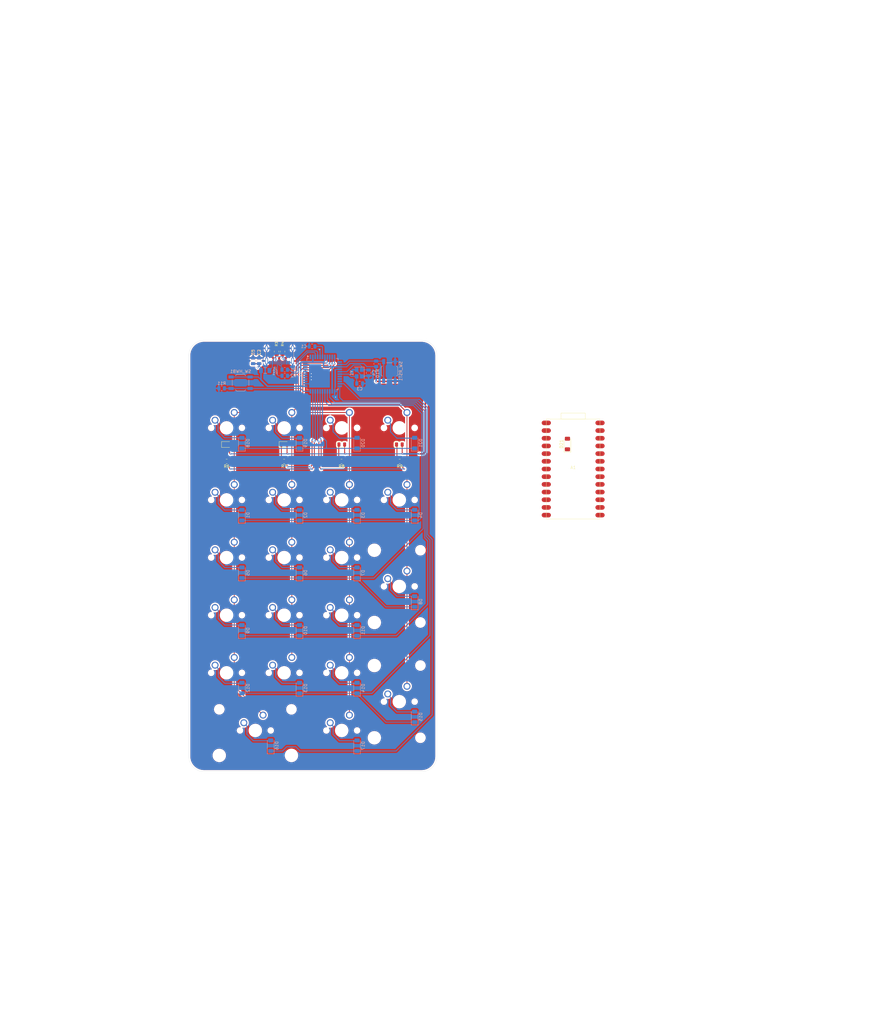
<source format=kicad_pcb>
(kicad_pcb (version 20240108) (generator "pcbnew") (generator_version "8.0")
  (title_block (title "KiPad") (date "2024-06-19") (rev "2.0") (company "Mechanical & Electrical Industry Research Labs") (comment 1 "Brian Hong"))
  (layers (0 "F.Cu" signal) (31 "B.Cu" signal) (34 "B.Paste" user) (35 "F.Paste" user) (36 "B.SilkS" user "B.Silkscreen") (37 "F.SilkS" user "F.Silkscreen") (38 "B.Mask" user) (39 "F.Mask" user) (44 "Edge.Cuts" user))
  (net 0 "")
  (net 1 "GND")
  (net 2 "Net-(U1-UCAP)")
  (net 3 "+5V")
  (net 4 "/XTAL1")
  (net 5 "/XTAL2")
  (net 6 "/R1")
  (net 7 "Net-(D1-A)")
  (net 8 "Net-(D2-A)")
  (net 9 "Net-(D3-A)")
  (net 10 "Net-(D4-A)")
  (net 11 "/R2")
  (net 12 "Net-(D5-A)")
  (net 13 "Net-(D6-A)")
  (net 14 "Net-(D7-A)")
  (net 15 "Net-(D8-A)")
  (net 16 "Net-(D9-A)")
  (net 17 "/R3")
  (net 18 "Net-(D10-A)")
  (net 19 "Net-(D11-A)")
  (net 20 "Net-(D12-A)")
  (net 21 "/R4")
  (net 22 "Net-(D13-A)")
  (net 23 "Net-(D14-A)")
  (net 24 "Net-(D15-A)")
  (net 25 "/R5")
  (net 26 "Net-(D16-A)")
  (net 27 "Net-(D17-A)")
  (net 28 "/R0")
  (net 29 "Net-(D18-A)")
  (net 30 "Net-(D19-A)")
  (net 31 "Net-(D20-A)")
  (net 32 "Net-(D21-A)")
  (net 33 "VBUS")
  (net 34 "/DP")
  (net 35 "Net-(J1-CC2)")
  (net 36 "Net-(J1-CC1)")
  (net 37 "/DN")
  (net 38 "Net-(U1-D+)")
  (net 39 "Net-(U1-D-)")
  (net 40 "/LED_A")
  (net 41 "/LED_B")
  (net 42 "/LED_C")
  (net 43 "/LED_D")
  (net 44 "/RESET")
  (net 45 "/HWB")
  (net 46 "/C0")
  (net 47 "/C1")
  (net 48 "/C2")
  (net 49 "/C3")
  (net 62 "Net-(SW1-K)")
  (net 63 "Net-(SW2-K)")
  (net 64 "Net-(SW3-K)")
  (net 65 "Net-(SW4-K)")
  (footprint "MX_Solderable:MX-Solderable-1U" (layer "F.Cu") (at 80.315 173.8275)
    (property "Reference" "SW15")
    (property "Value" "SW_SPST")
  )
  (footprint "MX_Solderable:MX-Solderable-1U" (layer "F.Cu") (at 42.215 135.7275)
    (property "Reference" "SW5")
    (property "Value" "SW_SPST")
  )
  (footprint "Resistor_SMD:R_0805_2012Metric" (layer "F.Cu") (at 60.75 86.7 -90)
    (property "Reference" "R4")
    (property "Value" "5.1k" (hide yes))
  )
  (footprint "Custom:KB2040_SMD" (layer "F.Cu") (at 156.89 125.51)
    (property "Reference" "A1")
    (property "Value" "Adafruit Key Boar KB2040")
  )
  (footprint "MX_Solderable:MX-Solderable-1U" (layer "F.Cu") (at 80.315 211.9275)
    (property "Reference" "SW21")
    (property "Value" "SW_SPST")
  )
  (footprint "Custom:MX-Solderable-1U-0805-LED" (layer "F.Cu") (at 99.365 111.915)
    (property "Reference" "SW4")
    (property "Value" "SW_SPST_LED")
  )
  (footprint "Resistor_SMD:R_0805_2012Metric" (layer "F.Cu") (at 58.75 86.7 90)
    (property "Reference" "R3")
    (property "Value" "5.1k" (hide yes))
  )
  (footprint "Resistor_SMD:R_0805_2012Metric" (layer "F.Cu") (at 80.25 123 180)
    (property "Reference" "R8")
    (property "Value" "470" (hide yes))
  )
  (footprint "Capacitor_SMD:C_0805_2012Metric" (layer "F.Cu") (at 53 89.75 90)
    (property "Reference" "C2")
    (property "Value" "0.1u" (hide yes))
  )
  (footprint "MX_Solderable:MX-Solderable-1U" (layer "F.Cu") (at 99.365 135.7275)
    (property "Reference" "SW8")
    (property "Value" "SW_SPST")
  )
  (footprint "Custom:MX-Solderable-1U-0805-LED" (layer "F.Cu") (at 80.315 111.915)
    (property "Reference" "SW3")
    (property "Value" "SW_SPST_LED")
  )
  (footprint "Custom:MX-Solderable-1U-0805-LED" (layer "F.Cu") (at 42.215 111.915)
    (property "Reference" "SW1")
    (property "Value" "SW_SPST_LED")
  )
  (footprint "MX_Solderable:MX-Solderable-1U" (layer "F.Cu") (at 80.315 135.7275)
    (property "Reference" "SW7")
    (property "Value" "SW_SPST")
  )
  (footprint "MX_Solderable:MX-Solderable-1U" (layer "F.Cu") (at 61.265 154.7775)
    (property "Reference" "SW10")
    (property "Value" "SW_SPST")
  )
  (footprint "MX_Solderable:MX-Solderable-1U" (layer "F.Cu") (at 61.265 135.7275)
    (property "Reference" "SW6")
    (property "Value" "SW_SPST")
  )
  (footprint "MX_Solderable:MX-Solderable-1U" (layer "F.Cu") (at 80.315 154.7775)
    (property "Reference" "SW11")
    (property "Value" "SW_SPST")
  )
  (footprint "Resistor_SMD:R_0805_2012Metric" (layer "F.Cu") (at 42.25 123 180)
    (property "Reference" "R6")
    (property "Value" "470" (hide yes))
  )
  (footprint "MX_Solderable:MX-Solderable-2U-Vertical" (layer "F.Cu") (at 99.365 202.4025)
    (property "Reference" "SW19")
    (property "Value" "SW_SPST")
  )
  (footprint "Custom:MX-Solderable-1U-0805-LED" (layer "F.Cu") (at 61.265 111.915)
    (property "Reference" "SW2")
    (property "Value" "SW_SPST_LED")
  )
  (footprint "Diode_SMD:D_MiniMELF" (layer "F.Cu") (at 155 117.25 90)
    (property "Reference" "D21")
    (property "Value" "~")
  )
  (footprint "MX_Solderable:MX-Solderable-1U" (layer "F.Cu") (at 61.265 173.8275)
    (property "Reference" "SW14")
    (property "Value" "SW_SPST")
  )
  (footprint "Resistor_SMD:R_0805_2012Metric" (layer "F.Cu") (at 99.5 123 180)
    (property "Reference" "R9")
    (property "Value" "470" (hide yes))
  )
  (footprint "Capacitor_SMD:C_0805_2012Metric" (layer "F.Cu") (at 51 89.75 90)
    (property "Reference" "C5")
    (property "Value" "0.1u" (hide yes))
  )
  (footprint "MX_Solderable:MX-Solderable-2U" (layer "F.Cu") (at 51.74 211.9275)
    (property "Reference" "SW20")
    (property "Value" "SW_SPST")
  )
  (footprint "MX_Solderable:MX-Solderable-1U" (layer "F.Cu") (at 42.215 192.8775)
    (property "Reference" "SW16")
    (property "Value" "SW_SPST")
  )
  (footprint "MX_Solderable:MX-Solderable-1U" (layer "F.Cu") (at 42.215 173.8275)
    (property "Reference" "SW13")
    (property "Value" "SW_SPST")
  )
  (footprint "MX_Solderable:MX-Solderable-1U" (layer "F.Cu") (at 42.215 154.7775)
    (property "Reference" "SW9")
    (property "Value" "SW_SPST")
  )
  (footprint "MX_Solderable:MX-Solderable-2U-Vertical" (layer "F.Cu") (at 99.365 164.3025)
    (property "Reference" "SW12")
    (property "Value" "SW_SPST")
  )
  (footprint "MX_Solderable:MX-Solderable-1U" (layer "F.Cu") (at 80.315 192.8775)
    (property "Reference" "SW18")
    (property "Value" "SW_SPST")
  )
  (footprint "MX_Solderable:MX-Solderable-1U" (layer "F.Cu") (at 61.265 192.8775)
    (property "Reference" "SW17")
    (property "Value" "SW_SPST")
  )
  (footprint "Resistor_SMD:R_0805_2012Metric" (layer "F.Cu") (at 61.25 123 180)
    (property "Reference" "R7")
    (property "Value" "470" (hide yes))
  )
  (footprint "Capacitor_SMD:C_0805_2012Metric" (layer "B.Cu") (at 86.25 97.25 180)
    (property "Reference" "C3")
    (property "Value" "22p" (hide yes))
  )
  (footprint "Diode_SMD:D_MiniMELF" (layer "B.Cu") (at 104.445 207.4325 90)
    (property "Reference" "D15")
    (property "Value" "~")
  )
  (footprint "Diode_SMD:D_MiniMELF" (layer "B.Cu") (at 104.445 116.945 90)
    (property "Reference" "D21")
    (property "Value" "~")
  )
  (footprint "Diode_SMD:D_MiniMELF" (layer "B.Cu") (at 47.295 116.945 90)
    (property "Reference" "D18")
    (property "Value" "~")
  )
  (footprint "Diode_SMD:D_MiniMELF" (layer "B.Cu") (at 85.395 178.8575 90)
    (property "Reference" "D11")
    (property "Value" "~")
  )
  (footprint "Diode_SMD:D_MiniMELF" (layer "B.Cu") (at 66.345 140.7575 90)
    (property "Reference" "D2")
    (property "Value" "~")
  )
  (footprint "Diode_SMD:D_MiniMELF" (layer "B.Cu") (at 85.395 159.8075 90)
    (property "Reference" "D7")
    (property "Value" "~")
  )
  (footprint "Diode_SMD:D_MiniMELF" (layer "B.Cu") (at 47.295 140.7575 90)
    (property "Reference" "D1")
    (property "Value" "~")
  )
  (footprint "Resistor_SMD:R_0805_2012Metric" (layer "B.Cu") (at 91.7 90.75 90)
    (property "Reference" "R10")
    (property "Value" "10k")
  )
  (footprint "Crystal:Crystal_SMD_3225-4Pin_3.2x2.5mm" (layer "B.Cu") (at 86.1 93.8 -90)
    (property "Reference" "Y1")
    (property "Value" "16MHz" (hide yes))
  )
  (footprint "Diode_SMD:D_MiniMELF" (layer "B.Cu") (at 85.395 140.7575 90)
    (property "Reference" "D3")
    (property "Value" "~")
  )
  (footprint "Capacitor_SMD:C_0805_2012Metric" (layer "B.Cu") (at 53 89.75 90)
    (property "Reference" "C7")
    (property "Value" "10u" (hide yes))
  )
  (footprint "Button_Switch_SMD:SW_SPST_TL3342" (layer "B.Cu") (at 46.85 97 180)
    (property "Reference" "SW_HWB1")
    (property "Value" "SW_Push" (hide yes))
  )
  (footprint "Diode_SMD:D_MiniMELF" (layer "B.Cu") (at 85.395 116.945 90)
    (property "Reference" "D20")
    (property "Value" "~")
  )
  (footprint "Diode_SMD:D_MiniMELF" (layer "B.Cu") (at 47.295 197.9075 90)
    (property "Reference" "D12")
    (property "Value" "~")
  )
  (footprint "Diode_SMD:D_MiniMELF" (layer "B.Cu") (at 47.295 178.8575 90)
    (property "Reference" "D9")
    (property "Value" "~")
  )
  (footprint "Connector_USB:USB_C_Receptacle_GCT_USB4105-xx-A_16P_TopMnt_Horizontal" (layer "B.Cu") (at 59.75 86.7)
    (property "Reference" "J1")
    (property "Value" "USB_C_Receptacle_USB2.0" (hide yes))
  )
  (footprint "Button_Switch_SMD:SW_SPST_TL3342" (layer "B.Cu") (at 96.1 93.15 90)
    (property "Reference" "SW_RST1")
    (property "Value" "SW_Push" (hide yes))
  )
  (footprint "Diode_SMD:D_MiniMELF" (layer "B.Cu") (at 104.445 140.7575 90)
    (property "Reference" "D4")
    (property "Value" "~")
  )
  (footprint "Diode_SMD:D_MiniMELF" (layer "B.Cu") (at 66.345 159.8075 90)
    (property "Reference" "D6")
    (property "Value" "~")
  )
  (footprint "Diode_SMD:D_MiniMELF" (layer "B.Cu") (at 47.295 159.8075 90)
    (property "Reference" "D5")
    (property "Value" "~")
  )
  (footprint "Package_QFP:TQFP-44_10x10mm_P0.8mm" (layer "B.Cu") (at 73.95 94.15 -90)
    (property "Reference" "U1")
    (property "Value" "ATmega32U4RC-A")
  )
  (footprint "Capacitor_SMD:C_0805_2012Metric" (layer "B.Cu") (at 89.2 93.75 90)
    (property "Reference" "C4")
    (property "Value" "22p" (hide yes))
  )
  (footprint "Capacitor_SMD:C_0805_2012Metric" (layer "B.Cu") (at 70.5 85 180)
    (property "Reference" "C1")
    (property "Value" "1u" (hide yes))
  )
  (footprint "Diode_SMD:D_MiniMELF" (layer "B.Cu") (at 66.345 197.9075 90)
    (property "Reference" "D13")
    (property "Value" "~")
  )
  (footprint "Resistor_SMD:R_0805_2012Metric" (layer "B.Cu") (at 40.5875 98.85 180)
    (property "Reference" "R11")
    (property "Value" "10k" (hide yes))
  )
  (footprint "Diode_SMD:D_MiniMELF" (layer "B.Cu") (at 66.345 116.945 90)
    (property "Reference" "D19")
    (property "Value" "~")
  )
  (footprint "Capacitor_SMD:C_0805_2012Metric" (layer "B.Cu") (at 51 89.75 90)
    (property "Reference" "C6")
    (property "Value" "0.1u" (hide yes))
  )
  (footprint "Diode_SMD:D_MiniMELF" (layer "B.Cu") (at 56.82 216.9575 90)
    (property "Reference" "D16")
    (property "Value" "~")
  )
  (footprint "Resistor_SMD:R_0805_2012Metric" (layer "B.Cu") (at 61.4625 94.7 180)
    (property "Reference" "R2")
    (property "Value" "22" (hide yes))
  )
  (footprint "Fuse:Fuse_1206_3216Metric" (layer "B.Cu") (at 55 92.95 180)
    (property "Reference" "F1")
    (property "Value" "500mA")
  )
  (footprint "Diode_SMD:D_MiniMELF" (layer "B.Cu") (at 85.395 216.9575 90)
    (property "Reference" "D17")
    (property "Value" "~")
  )
  (footprint "Diode_SMD:D_MiniMELF" (layer "B.Cu") (at 104.445 169.3325 90)
    (property "Reference" "D8")
    (property "Value" "~")
  )
  (footprint "Diode_SMD:D_MiniMELF" (layer "B.Cu") (at 66.345 178.8575 90)
    (property "Reference" "D10")
    (property "Value" "~")
  )
  (footprint "Diode_SMD:D_MiniMELF" (layer "B.Cu") (at 85.395 197.9075 90)
    (property "Reference" "D14")
    (property "Value" "~")
  )
  (footprint "Resistor_SMD:R_0805_2012Metric" (layer "B.Cu") (at 61.4625 92.7)
    (property "Reference" "R1")
    (property "Value" "22" (hide yes))
  )
  (gr_line (start 106.75 225.5) (end 34.75 225.5) (stroke (width 0.05)) (layer "Edge.Cuts"))
  (gr_line (start 29.75 220.5) (end 29.75 88) (stroke (width 0.05)) (layer "Edge.Cuts"))
  (gr_arc (start 111.75 220.5) (mid 110.285534 224.035534) (end 106.75 225.5) (stroke (width 0.05)) (layer "Edge.Cuts"))
  (gr_line (start 111.75 88) (end 111.75 220.5) (stroke (width 0.05)) (layer "Edge.Cuts"))
  (gr_arc (start 29.75 88) (mid 31.214466 84.464466) (end 34.75 83) (stroke (width 0.05)) (layer "Edge.Cuts"))
  (gr_arc (start 106.75 83) (mid 110.285534 84.464466) (end 111.75 88) (stroke (width 0.05)) (layer "Edge.Cuts"))
  (gr_arc (start 34.75 225.5) (mid 31.214466 224.035534) (end 29.75 220.5) (stroke (width 0.05)) (layer "Edge.Cuts"))
  (gr_line (start 34.75 83) (end 106.75 83) (stroke (width 0.05)) (layer "Edge.Cuts"))
  (via (at 70.25 94) (size 0.6) (drill 0.3) (layers "F.Cu" "B.Cu") (net 1))
  (via (at 73 86) (size 0.6) (drill 0.3) (layers "F.Cu" "B.Cu") (net 1))
  (via (at 70.25 96) (size 0.6) (drill 0.3) (layers "F.Cu" "B.Cu") (net 1))
  (via (at 70.25 95) (size 0.6) (drill 0.3) (layers "F.Cu" "B.Cu") (net 1))
  (via (at 78.25 101.75) (size 0.6) (drill 0.3) (layers "F.Cu" "B.Cu") (net 1))
  (segment (start 86.95 94.7) (end 86.95 94.9) (width 0.3) (layer "B.Cu") (net 1))
  (segment (start 73.15 86.15) (end 73 86) (width 0.3) (layer "B.Cu") (net 1))
  (segment (start 69.75 94) (end 69.75 91.25) (width 0.3) (layer "B.Cu") (net 1))
  (segment (start 63.495 90.38) (end 64.07 89.805) (width 0.2) (layer "B.Cu") (net 1))
  (segment (start 69.4 97.35) (end 69.75 97) (width 0.3) (layer "B.Cu") (net 1))
  (segment (start 69.75 95) (end 69.75 94) (width 0.3) (layer "B.Cu") (net 1))
  (segment (start 77.95 101.45) (end 78.25 101.75) (width 0.3) (layer "B.Cu") (net 1))
  (segment (start 78.45 92.55) (end 78.25 92.75) (width 0.3) (layer "B.Cu") (net 1))
  (segment (start 69.45 90.95) (end 68.25 90.95) (width 0.3) (layer "B.Cu") (net 1))
  (segment (start 68.25 97.35) (end 69.4 97.35) (width 0.3) (layer "B.Cu") (net 1))
  (segment (start 85.25 93) (end 86.95 94.7) (width 0.3) (layer "B.Cu") (net 1))
  (segment (start 62.95 90.38) (end 63.495 90.38) (width 0.2) (layer "B.Cu") (net 1))
  (segment (start 69.75 96) (end 69.75 95) (width 0.3) (layer "B.Cu") (net 1))
  (segment (start 77.95 99.85) (end 77.95 101.45) (width 0.3) (layer "B.Cu") (net 1))
  (segment (start 85.25 92.7) (end 85.25 93) (width 0.3) (layer "B.Cu") (net 1))
  (segment (start 69.75 95) (end 70.25 95) (width 0.3) (layer "B.Cu") (net 1))
  (segment (start 69.75 96) (end 70.25 96) (width 0.3) (layer "B.Cu") (net 1))
  (segment (start 79.65 92.55) (end 78.45 92.55) (width 0.3) (layer "B.Cu") (net 1))
  (segment (start 73.15 88.45) (end 73.15 86.15) (width 0.3) (layer "B.Cu") (net 1))
  (segment (start 69.75 97) (end 69.75 96) (width 0.3) (layer "B.Cu") (net 1))
  (segment (start 69.75 94) (end 70.25 94) (width 0.3) (layer "B.Cu") (net 1))
  (segment (start 69.75 91.25) (end 69.45 90.95) (width 0.3) (layer "B.Cu") (net 1))
  (segment (start 73.75 85) (end 71.45 85) (width 0.3) (layer "B.Cu") (net 2))
  (segment (start 73.95 85.2) (end 73.75 85) (width 0.3) (layer "B.Cu") (net 2))
  (segment (start 73.95 88.45) (end 73.95 85.2) (width 0.3) (layer "B.Cu") (net 2))
  (segment (start 43.1725 120.1725) (end 43.5 120.5) (width 0.3) (layer "F.Cu") (net 3))
  (segment (start 100.3225 117.415) (end 100.3225 120.3225) (width 0.3) (layer "F.Cu") (net 3))
  (segment (start 62.2225 120.2225) (end 62.5 120.5) (width 0.3) (layer "F.Cu") (net 3))
  (segment (start 106.45 96.55) (end 108 98.1) (width 0.5) (layer "F.Cu") (net 3))
  (segment (start 43.1725 117.415) (end 43.1725 120.1725) (width 0.3) (layer "F.Cu") (net 3))
  (segment (start 81.2725 120.2725) (end 81.5 120.5) (width 0.3) (layer "F.Cu") (net 3))
  (segment (start 81.2725 117.415) (end 81.2725 120.2725) (width 0.3) (layer "F.Cu") (net 3))
  (segment (start 53 90.7) (end 53 91.45) (width 0.3) (layer "F.Cu") (net 3))
  (segment (start 108 119.75) (end 107.25 120.5) (width 0.5) (layer "F.Cu") (net 3))
  (segment (start 91.7 96.55) (end 106.45 96.55) (width 0.5) (layer "F.Cu") (net 3))
  (segment (start 107.25 120.5) (end 106 120.5) (width 0.5) (layer "F.Cu") (net 3))
  (segment (start 62.2225 117.415) (end 62.2225 120.2225) (width 0.3) (layer "F.Cu") (net 3))
  (segment (start 51 90.7) (end 53 90.7) (width 0.3) (layer "F.Cu") (net 3))
  (segment (start 53 91.45) (end 52.5 91.95) (width 0.3) (layer "F.Cu") (net 3))
  (segment (start 100.3225 120.3225) (end 100.5 120.5) (width 0.3) (layer "F.Cu") (net 3))
  (segment (start 108 98.1) (end 108 119.75) (width 0.5) (layer "F.Cu") (net 3))
  (via (at 52.5 91.95) (size 0.6) (drill 0.3) (layers "F.Cu" "B.Cu") (net 3))
  (via (at 43.5 120.5) (size 0.6) (drill 0.3) (layers "F.Cu" "B.Cu") (net 3))
  (via (at 106 120.5) (size 0.6) (drill 0.3) (layers "F.Cu" "B.Cu") (net 3))
  (via (at 91.7 96.55) (size 0.6) (drill 0.3) (layers "F.Cu" "B.Cu") (net 3))
  (via (at 81.5 120.5) (size 0.6) (drill 0.3) (layers "F.Cu" "B.Cu") (net 3))
  (via (at 62.5 120.5) (size 0.6) (drill 0.3) (layers "F.Cu" "B.Cu") (net 3))
  (via (at 100.5 120.5) (size 0.6) (drill 0.3) (layers "F.Cu" "B.Cu") (net 3))
  (segment (start 83.05 90.65) (end 81.95 91.75) (width 0.3) (layer "B.Cu") (net 3))
  (segment (start 52.7 95.1) (end 53.6 96) (width 0.3) (layer "B.Cu") (net 3))
  (segment (start 52.5 91.95) (end 53 91.45) (width 0.3) (layer "B.Cu") (net 3))
  (segment (start 50 95.1) (end 52.7 95.1) (width 0.3) (layer "B.Cu") (net 3))
  (segment (start 77.15 92.05) (end 77.45 91.75) (width 0.5) (layer "B.Cu") (net 3))
  (segment (start 77.15 99.85) (end 77.15 92.05) (width 0.5) (layer "B.Cu") (net 3))
  (segment (start 66.75 90.4) (end 67 90.15) (width 0.5) (layer "B.Cu") (net 3))
  (segment (start 106 120.5) (end 100.5 120.5) (width 0.5) (layer "B.Cu") (net 3))
  (segment (start 91.7 91.6625) (end 88.6125 91.6625) (width 0.3) (layer "B.Cu") (net 3))
  (segment (start 74.3 90.15) (end 74.75 89.7) (width 0.5) (layer "B.Cu") (net 3))
  (segment (start 53.6 92.95) (end 53.6 92.05) (width 0.3) (layer "B.Cu") (net 3))
  (segment (start 74.3 90.15) (end 74.3 91.55) (width 0.5) (layer "B.Cu") (net 3))
  (segment (start 68.25 98.15) (end 66.75 98.15) (width 0.5) (layer "B.Cu") (net 3))
  (segment (start 87.6 90.65) (end 83.05 90.65) (width 0.3) (layer "B.Cu") (net 3))
  (segment (start 66.75 98.15) (end 55.75 98.15) (width 0.5) (layer "B.Cu") (net 3))
  (segment (start 88.6125 91.6625) (end 87.6 90.65) (width 0.3) (layer "B.Cu") (net 3))
  (segment (start 67 90.15) (end 68.25 90.15) (width 0.5) (layer "B.Cu") (net 3))
  (segment (start 77.45 91.75) (end 79.65 91.75) (width 0.5) (layer "B.Cu") (net 3))
  (segment (start 51 90.7) (end 53 90.7) (width 0.3) (layer "B.Cu") (net 3))
  (segment (start 68.25 90.15) (end 70.75 90.15) (width 0.5) (layer "B.Cu") (net 3))
  (segment (start 55.75 98.15) (end 53.6 96) (width 0.5) (layer "B.Cu") (net 3))
  (segment (start 74.3 91.55) (end 74.5 91.75) (width 0.5) (layer "B.Cu") (net 3))
  (segment (start 70.75 90.15) (end 70.75 88.45) (width 0.5) (layer "B.Cu") (net 3))
  (segment (start 53.6 92.05) (end 53 91.45) (width 0.3) (layer "B.Cu") (net 3))
  (segment (start 62.5 120.5) (end 81.5 120.5) (width 0.3) (layer "B.Cu") (net 3))
  (segment (start 74.5 91.75) (end 77.45 91.75) (width 0.5) (layer "B.Cu") (net 3))
  (segment (start 81.95 91.75) (end 79.65 91.75) (width 0.3) (layer "B.Cu") (net 3))
  (segment (start 53.6 96) (end 53.6 92.95) (width 0.5) (layer "B.Cu") (net 3))
  (segment (start 53 91.45) (end 53 90.7) (width 0.3) (layer "B.Cu") (net 3))
  (segment (start 74.75 89.7) (end 74.75 88.45) (width 0.5) (layer "B.Cu") (net 3))
  (segment (start 66.75 90.4) (end 66.75 98.15) (width 0.5) (layer "B.Cu") (net 3))
  (segment (start 70.75 90.15) (end 74.3 90.15) (width 0.5) (layer "B.Cu") (net 3))
  (segment (start 91.7 96.55) (end 91.7 91.6625) (width 0.5) (layer "B.Cu") (net 3))
  (segment (start 100.5 120.5) (end 100.75 120.5) (width 0.3) (layer "B.Cu") (net 3))
  (segment (start 43.7 95.1) (end 50 95.1) (width 0.3) (layer "B.Cu") (net 3))
  (segment (start 43.5 120.5) (end 62.5 120.5) (width 0.3) (layer "B.Cu") (net 3))
  (segment (start 81.5 120.5) (end 100.5 120.5) (width 0.3) (layer "B.Cu") (net 3))
  (segment (start 85.25 94.9) (end 85.25 97.2) (width 0.3) (layer "B.Cu") (net 4))
  (segment (start 82.7 94.15) (end 83.45 94.9) (width 0.3) (layer "B.Cu") (net 4))
  (segment (start 79.65 94.15) (end 82.7 94.15) (width 0.3) (layer "B.Cu") (net 4))
  (segment (start 83.45 94.9) (end 85.25 94.9) (width 0.3) (layer "B.Cu") (net 4))
  (segment (start 85.25 97.2) (end 85.3 97.25) (width 0.3) (layer "B.Cu") (net 4))
  (segment (start 86.45 91.15) (end 86.95 91.65) (width 0.3) (layer "B.Cu") (net 5))
  (segment (start 79.65 93.35) (end 82 93.35) (width 0.3) (layer "B.Cu") (net 5))
  (segment (start 82 93.35) (end 84.2 91.15) (width 0.3) (layer "B.Cu") (net 5))
  (segment (start 86.95 91.65) (end 86.95 92.7) (width 0.3) (layer "B.Cu") (net 5))
  (segment (start 84.2 91.15) (end 86.45 91.15) (width 0.3) (layer "B.Cu") (net 5))
  (segment (start 86.95 92.7) (end 89.1 92.7) (width 0.3) (layer "B.Cu") (net 5))
  (segment (start 89.1 92.7) (end 89.2 92.8) (width 0.3) (layer "B.Cu") (net 5))
  (segment (start 74.75 99.85) (end 74.75 103.25) (width 0.3) (layer "B.Cu") (net 6))
  (segment (start 76 104.5) (end 104 104.5) (width 0.3) (layer "B.Cu") (net 6))
  (segment (start 106.75 141.5) (end 105.7425 142.5075) (width 0.3) (layer "B.Cu") (net 6))
  (segment (start 47.295 142.5075) (end 66.345 142.5075) (width 0.25) (layer "B.Cu") (net 6))
  (segment (start 104 104.5) (end 106.75 107.25) (width 0.3) (layer "B.Cu") (net 6))
  (segment (start 106.75 107.25) (end 106.75 141.5) (width 0.3) (layer "B.Cu") (net 6))
  (segment (start 85.395 142.5075) (end 104.445 142.5075) (width 0.25) (layer "B.Cu") (net 6))
  (segment (start 105.7425 142.5075) (end 104.445 142.5075) (width 0.3) (layer "B.Cu") (net 6))
  (segment (start 66.345 142.5075) (end 85.395 142.5075) (width 0.25) (layer "B.Cu") (net 6))
  (segment (start 74.75 103.25) (end 76 104.5) (width 0.3) (layer "B.Cu") (net 6))
  (segment (start 41.565 139.065) (end 39.435 136.935) (width 0.3) (layer "B.Cu") (net 7))
  (segment (start 39.435 134.205) (end 38.475 133.245) (width 0.3) (layer "B.Cu") (net 7))
  (segment (start 47.365 139.065) (end 41.565 139.065) (width 0.3) (layer "B.Cu") (net 7))
  (segment (start 39.435 136.935) (end 39.435 134.205) (width 0.3) (layer "B.Cu") (net 7))
  (segment (start 66.365 139.065) (end 60.565 139.065) (width 0.3) (layer "B.Cu") (net 8))
  (segment (start 60.565 139.065) (end 58.435 136.935) (width 0.3) (layer "B.Cu") (net 8))
  (segment (start 58.435 134.205) (end 57.475 133.245) (width 0.3) (layer "B.Cu") (net 8))
  (segment (start 58.435 136.935) (end 58.435 134.205) (width 0.3) (layer "B.Cu") (net 8))
  (segment (start 79.565 139.065) (end 77.435 136.935) (width 0.3) (layer "B.Cu") (net 9))
  (segment (start 85.365 139.065) (end 79.565 139.065) (width 0.3) (layer "B.Cu") (net 9))
  (segment (start 77.435 136.935) (end 77.435 134.205) (width 0.3) (layer "B.Cu") (net 9))
  (segment (start 77.435 134.205) (end 76.475 133.245) (width 0.3) (layer "B.Cu") (net 9))
  (segment (start 98.558988 139.036969) (end 96.428988 136.906969) (width 0.3) (layer "B.Cu") (net 10))
  (segment (start 96.428988 136.906969) (end 96.428988 134.176969) (width 0.3) (layer "B.Cu") (net 10))
  (segment (start 96.428988 134.176969) (end 95.468988 133.216969) (width 0.3) (layer "B.Cu") (net 10))
  (segment (start 104.358988 139.036969) (end 98.558988 139.036969) (width 0.3) (layer "B.Cu") (net 10))
  (segment (start 85.395 161.5575) (end 94.92 171.0825) (width 0.25) (layer "B.Cu") (net 11))
  (segment (start 75.55 99.85) (end 75.55 102.55) (width 0.3) (layer "B.Cu") (net 11))
  (segment (start 107.25 145.25) (end 90.9425 161.5575) (width 0.3) (layer "B.Cu") (net 11))
  (segment (start 77 104) (end 104.5 104) (width 0.3) (layer "B.Cu") (net 11))
  (segment (start 94.92 171.0825) (end 104.445 171.0825) (width 0.25) (layer "B.Cu") (net 11))
  (segment (start 107.25 106.75) (end 107.25 145.25) (width 0.3) (layer "B.Cu") (net 11))
  (segment (start 75.55 102.55) (end 77 104) (width 0.3) (layer "B.Cu") (net 11))
  (segment (start 90.9425 161.5575) (end 85.395 161.5575) (width 0.3) (layer "B.Cu") (net 11))
  (segment (start 66.345 161.5575) (end 85.395 161.5575) (width 0.25) (layer "B.Cu") (net 11))
  (segment (start 47.295 161.5575) (end 66.345 161.5575) (width 0.25) (layer "B.Cu") (net 11))
  (segment (start 104.5 104) (end 107.25 106.75) (width 0.3) (layer "B.Cu") (net 11))
  (segment (start 39.435 153.205) (end 38.475 152.245) (width 0.3) (layer "B.Cu") (net 12))
  (segment (start 47.365 158.065) (end 41.565 158.065) (width 0.3) (layer "B.Cu") (net 12))
  (segment (start 39.435 155.935) (end 39.435 153.205) (width 0.3) (layer "B.Cu") (net 12))
  (segment (start 41.565 158.065) (end 39.435 155.935) (width 0.3) (layer "B.Cu") (net 12))
  (segment (start 66.365 158.065) (end 60.565 158.065) (width 0.3) (layer "B.Cu") (net 13))
  (segment (start 58.435 153.205) (end 57.475 152.245) (width 0.3) (layer "B.Cu") (net 13))
  (segment (start 58.435 155.935) (end 58.435 153.205) (width 0.3) (layer "B.Cu") (net 13))
  (segment (start 60.565 158.065) (end 58.435 155.935) (width 0.3) (layer "B.Cu") (net 13))
  (segment (start 85.365 158.065) (end 79.565 158.065) (width 0.3) (layer "B.Cu") (net 14))
  (segment (start 77.435 155.935) (end 77.435 153.205) (width 0.3) (layer "B.Cu") (net 14))
  (segment (start 77.435 153.205) (end 76.475 152.245) (width 0.3) (layer "B.Cu") (net 14))
  (segment (start 79.565 158.065) (end 77.435 155.935) (width 0.3) (layer "B.Cu") (net 14))
  (segment (start 96.435 165.435) (end 96.435 162.705) (width 0.3) (layer "B.Cu") (net 15))
  (segment (start 104.365 167.565) (end 98.565 167.565) (width 0.3) (layer "B.Cu") (net 15))
  (segment (start 96.435 162.705) (end 95.475 161.745) (width 0.3) (layer "B.Cu") (net 15))
  (segment (start 98.565 167.565) (end 96.435 165.435) (width 0.3) (layer "B.Cu") (net 15))
  (segment (start 39.435 172.205) (end 38.475 171.245) (width 0.3) (layer "B.Cu") (net 16))
  (segment (start 47.365 177.065) (end 41.565 177.065) (width 0.3) (layer "B.Cu") (net 16))
  (segment (start 41.565 177.065) (end 39.435 174.935) (width 0.3) (layer "B.Cu") (net 16))
  (segment (start 39.435 174.935) (end 39.435 172.205) (width 0.3) (layer "B.Cu") (net 16))
  (segment (start 107.75 106.25) (end 107.75 148.243553) (width 0.3) (layer "B.Cu") (net 17))
  (segment (start 47.295 180.6075) (end 66.345 180.6075) (width 0.25) (layer "B.Cu") (net 17))
  (segment (start 78 103.5) (end 105 103.5) (width 0.3) (layer "B.Cu") (net 17))
  (segment (start 108.75 149.25) (end 108.75 170.25) (width 0.3) (layer "B.Cu") (net 17))
  (segment (start 108.5 148.993553) (end 108.5 149) (width 0.3) (layer "B.Cu") (net 17))
  (segment (start 105 103.5) (end 107.75 106.25) (width 0.3) (layer "B.Cu") (net 17))
  (segment (start 66.345 180.6075) (end 85.395 180.6075) (width 0.25) (layer "B.Cu") (net 17))
  (segment (start 108.75 170.25) (end 98.3925 180.6075) (width 0.3) (layer "B.Cu") (net 17))
  (segment (start 107.75 148.243553) (end 108.5 148.993553) (width 0.3) (layer "B.Cu") (net 17))
  (segment (start 108.5 149) (end 108.75 149.25) (width 0.3) (layer "B.Cu") (net 17))
  (segment (start 98.3925 180.6075) (end 85.395 180.6075) (width 0.3) (layer "B.Cu") (net 17))
  (segment (start 76.35 101.85) (end 78 103.5) (width 0.3) (layer "B.Cu") (net 17))
  (segment (start 76.35 99.85) (end 76.35 101.85) (width 0.3) (layer "B.Cu") (net 17))
  (segment (start 58.435 174.935) (end 58.435 172.205) (width 0.3) (layer "B.Cu") (net 18))
  (segment (start 66.365 177.065) (end 60.565 177.065) (width 0.3) (layer "B.Cu") (net 18))
  (segment (start 58.435 172.205) (end 57.475 171.245) (width 0.3) (layer "B.Cu") (net 18))
  (segment (start 60.565 177.065) (end 58.435 174.935) (width 0.3) (layer "B.Cu") (net 18))
  (segment (start 77.435 172.205) (end 76.475 171.245) (width 0.3) (layer "B.Cu") (net 19))
  (segment (start 77.435 174.935) (end 77.435 172.205) (width 0.3) (layer "B.Cu") (net 19))
  (segment (start 85.365 177.065) (end 79.565 177.065) (width 0.3) (layer "B.Cu") (net 19))
  (segment (start 79.565 177.065) (end 77.435 174.935) (width 0.3) (layer "B.Cu") (net 19))
  (segment (start 39.435 194.185) (end 39.435 191.455) (width 0.3) (layer "B.Cu") (net 20))
  (segment (start 41.565 196.315) (end 39.435 194.185) (width 0.3) (layer "B.Cu") (net 20))
  (segment (start 47.365 196.315) (end 41.565 196.315) (width 0.3) (layer "B.Cu") (net 20))
  (segment (start 39.435 191.455) (end 38.475 190.495) (width 0.3) (layer "B.Cu") (net 20))
  (segment (start 47.295 199.6575) (end 66.345 199.6575) (width 0.25) (layer "B.Cu") (net 21))
  (segment (start 79.65 98.15) (end 79.65 101.9) (width 0.3) (layer "B.Cu") (net 21))
  (segment (start 85.395 199.6575) (end 94.92 209.1825) (width 0.25) (layer "B.Cu") (net 21))
  (segment (start 80.75 103) (end 105.5 103) (width 0.3) (layer "B.Cu") (net 21))
  (segment (start 94.92 209.1825) (end 104.445 209.1825) (width 0.25) (layer "B.Cu") (net 21))
  (segment (start 66.345 199.6575) (end 85.395 199.6575) (width 0.25) (layer "B.Cu") (net 21))
  (segment (start 108.25 147.75) (end 109.5 149) (width 0.3) (layer "B.Cu") (net 21))
  (segment (start 105.5 103) (end 108.25 105.75) (width 0.3) (layer "B.Cu") (net 21))
  (segment (start 90.3425 199.6575) (end 85.395 199.6575) (width 0.3) (layer "B.Cu") (net 21))
  (segment (start 109.5 180.5) (end 90.3425 199.6575) (width 0.3) (layer "B.Cu") (net 21))
  (segment (start 79.65 101.9) (end 80.75 103) (width 0.3) (layer "B.Cu") (net 21))
  (segment (start 109.5 149) (end 109.5 180.5) (width 0.3) (layer "B.Cu") (net 21))
  (segment (start 108.25 105.75) (end 108.25 147.75) (width 0.3) (layer "B.Cu") (net 21))
  (segment (start 66.365 196.315) (end 60.565 196.315) (width 0.3) (layer "B.Cu") (net 22))
  (segment (start 60.565 196.315) (end 58.435 194.185) (width 0.3) (layer "B.Cu") (net 22))
  (segment (start 58.435 194.185) (end 58.435 191.455) (width 0.3) (layer "B.Cu") (net 22))
  (segment (start 58.435 191.455) (end 57.475 190.495) (width 0.3) (layer "B.Cu") (net 22))
  (segment (start 77.435 194.185) (end 77.435 191.455) (width 0.3) (layer "B.Cu") (net 23))
  (segment (start 79.565 196.315) (end 77.435 194.185) (width 0.3) (layer "B.Cu") (net 23))
  (segment (start 85.365 196.315) (end 79.565 196.315) (width 0.3) (layer "B.Cu") (net 23))
  (segment (start 77.435 191.455) (end 76.475 190.495) (width 0.3) (layer "B.Cu") (net 23))
  (segment (start 98.565 205.815) (end 96.435 203.685) (width 0.3) (layer "B.Cu") (net 24))
  (segment (start 96.435 200.955) (end 95.475 199.995) (width 0.3) (layer "B.Cu") (net 24))
  (segment (start 104.365 205.815) (end 98.565 205.815) (width 0.3) (layer "B.Cu") (net 24))
  (segment (start 96.435 203.685) (end 96.435 200.955) (width 0.3) (layer "B.Cu") (net 24))
  (segment (start 62.115 217.315) (end 60.7225 218.7075) (width 0.3) (layer "B.Cu") (net 25))
  (segment (start 98.2925 218.7075) (end 85.395 218.7075) (width 0.3) (layer "B.Cu") (net 25))
  (segment (start 110.25 206.75) (end 98.2925 218.7075) (width 0.3) (layer "B.Cu") (net 25))
  (segment (start 86.15 102.5) (end 106 102.5) (width 0.3) (layer "B.Cu") (net 25))
  (segment (start 85.395 218.7075) (end 66.5075 218.7075) (width 0.3) (layer "B.Cu") (net 25))
  (segment (start 108.75 105.25) (end 108.75 147.25) (width 0.3) (layer "B.Cu") (net 25))
  (segment (start 65.115 217.315) (end 62.115 217.315) (width 0.3) (layer "B.Cu") (net 25))
  (segment (start 66.5075 218.7075) (end 65.115 217.315) (width 0.3) (layer "B.Cu") (net 25))
  (segment (start 110.25 148.75) (end 110.25 206.75) (width 0.3) (layer "B.Cu") (net 25))
  (segment (start 79.65 97.35) (end 81 97.35) (width 0.3) (layer "B.Cu") (net 25))
  (segment (start 106 102.5) (end 108.75 105.25) (width 0.3) (layer "B.Cu") (net 25))
  (segment (start 60.7225 218.7075) (end 56.82 218.7075) (width 0.3) (layer "B.Cu") (net 25))
  (segment (start 108.75 147.25) (end 110.25 148.75) (width 0.3) (layer "B.Cu") (net 25))
  (segment (start 81 97.35) (end 86.15 102.5) (width 0.3) (layer "B.Cu") (net 25))
  (segment (start 48.935 210.455) (end 47.975 209.495) (width 0.3) (layer "B.Cu") (net 26))
  (segment (start 48.935 213.185) (end 48.935 210.455) (width 0.3) (layer "B.Cu") (net 26))
  (segment (start 56.865 215.315) (end 51.065 215.315) (width 0.3) (layer "B.Cu") (net 26))
  (segment (start 51.065 215.315) (end 48.935 213.185) (width 0.3) (layer "B.Cu") (net 26))
  (segment (start 77.435 213.185) (end 77.435 210.455) (width 0.3) (layer "B.Cu") (net 27))
  (segment (start 85.365 215.315) (end 79.565 215.315) (width 0.3) (layer "B.Cu") (net 27))
  (segment (start 77.435 210.455) (end 76.475 209.495) (width 0.3) (layer "B.Cu") (net 27))
  (segment (start 79.565 215.315) (end 77.435 213.185) (width 0.3) (layer "B.Cu") (net 27))
  (segment (start 104.445 118.695) (end 75.25 118.695) (width 0.3) (layer "B.Cu") (net 28))
  (segment (start 75.25 118.695) (end 47.295 118.695) (width 0.3) (layer "B.Cu") (net 28))
  (segment (start 75.25 116.25) (end 75.25 118.695) (width 0.3) (layer "B.Cu") (net 28))
  (segment (start 73.75 109.5) (end 73.75 114.75) (width 0.3) (layer "B.Cu") (net 28))
  (segment (start 73.95 109.3) (end 73.75 109.5) (width 0.3) (layer "B.Cu") (net 28))
  (segment (start 73.95 99.85) (end 73.95 109.3) (width 0.3) (layer "B.Cu") (net 28))
  (segment (start 73.75 114.75) (end 75.25 116.25) (width 0.3) (layer "B.Cu") (net 28))
  (segment (start 39.365 110.335) (end 38.405 109.375) (width 0.3) (layer "B.Cu") (net 29))
  (segment (start 41.495 115.195) (end 39.365 113.065) (width 0.3) (layer "B.Cu") (net 29))
  (segment (start 39.365 113.065) (end 39.365 110.335) (width 0.3) (layer "B.Cu") (net 29))
  (segment (start 47.295 115.195) (end 41.495 115.195) (width 0.3) (layer "B.Cu") (net 29))
  (segment (start 60.565 115.315) (end 58.435 113.185) (width 0.3) (layer "B.Cu") (net 30))
  (segment (start 58.435 113.185) (end 58.435 110.455) (width 0.3) (layer "B.Cu") (net 30))
  (segment (start 66.365 115.315) (end 60.565 115.315) (width 0.3) (layer "B.Cu") (net 30))
  (segment (start 58.435 110.455) (end 57.475 109.495) (width 0.3) (layer "B.Cu") (net 30))
  (segment (start 79.565 115.315) (end 77.435 113.185) (width 0.3) (layer "B.Cu") (net 31))
  (segment (start 85.365 115.315) (end 79.565 115.315) (width 0.3) (layer "B.Cu") (net 31))
  (segment (start 77.435 110.455) (end 76.475 109.495) (width 0.3) (layer "B.Cu") (net 31))
  (segment (start 77.435 113.185) (end 77.435 110.455) (width 0.3) (layer "B.Cu") (net 31))
  (segment (start 98.565 115.315) (end 96.435 113.185) (width 0.3) (layer "B.Cu") (net 32))
  (segment (start 96.435 113.185) (end 96.435 110.455) (width 0.3) (layer "B.Cu") (net 32))
  (segment (start 96.435 110.455) (end 95.475 109.495) (width 0.3) (layer "B.Cu") (net 32))
  (segment (start 104.365 115.315) (end 98.565 115.315) (width 0.3) (layer "B.Cu") (net 32))
  (segment (start 61.375 88.938604) (end 61.375 88.691116) (width 0.25) (layer "B.Cu") (net 33))
  (segment (start 58.491116 88.325) (end 57.75 89.066116) (width 0.25) (layer "B.Cu") (net 33))
  (segment (start 62.15 89.804949) (end 61.95 89.604949) (width 0.25) (layer "B.Cu") (net 33))
  (segment (start 56.4 92.95) (end 57.35 92) (width 0.25) (layer "B.Cu") (net 33))
  (segment (start 62.15 90.38) (end 62.15 89.804949) (width 0.25) (layer "B.Cu") (net 33))
  (segment (start 57.75 89.066116) (end 57.75 89.405001) (width 0.25) (layer "B.Cu") (net 33))
  (segment (start 61.375 88.691116) (end 61.008884 88.325) (width 0.25) (layer "B.Cu") (net 33))
  (segment (start 57.35 92) (end 57.35 90.38) (width 0.25) (layer "B.Cu") (net 33))
  (segment (start 61.95 89.513604) (end 61.375 88.938604) (width 0.25) (layer "B.Cu") (net 33))
  (segment (start 57.35 89.805001) (end 57.35 90.38) (width 0.25) (layer "B.Cu") (net 33))
  (segment (start 61.95 89.604949) (end 61.95 89.513604) (width 0.25) (layer "B.Cu") (net 33))
  (segment (start 57.75 89.405001) (end 57.35 89.805001) (width 0.25) (layer "B.Cu") (net 33))
  (segment (start 61.008884 88.325) (end 58.491116 88.325) (width 0.25) (layer "B.Cu") (net 33))
  (segment (start 60.55 91.95) (end 60.55 92.7) (width 0.25) (layer "B.Cu") (net 34))
  (segment (start 59.5 90.38) (end 59.5 91.022764) (width 0.25) (layer "B.Cu") (net 34))
  (segment (start 60.242764 91.642764) (end 60.55 91.95) (width 0.25) (layer "B.Cu") (net 34))
  (segment (start 60.242764 91.28) (end 60.5 91.022764) (width 0.25) (layer "B.Cu") (net 34))
  (segment (start 60.242764 91.28) (end 60.242764 91.642764) (width 0.25) (layer "B.Cu") (net 34))
  (segment (start 59.5 91.022764) (end 59.757236 91.28) (width 0.25) (layer "B.Cu") (net 34))
  (segment (start 59.757236 91.28) (end 60.242764 91.28) (width 0.25) (layer "B.Cu") (net 34))
  (segment (start 60.5 91.022764) (end 60.5 90.38) (width 0.25) (layer "B.Cu") (net 34))
  (segment (start 60.75 88.95) (end 60.75 87.6125) (width 0.25) (layer "F.Cu") (net 35))
  (via (at 60.75 88.95) (size 0.6) (drill 0.3) (layers "F.Cu" "B.Cu") (net 35))
  (segment (start 61.5 89.7) (end 60.75 88.95) (width 0.25) (layer "B.Cu") (net 35))
  (segment (start 61.5 90.38) (end 61.5 89.7) (width 0.25) (layer "B.Cu") (net 35))
  (segment (start 58.5 89.2) (end 58.5 87.8625) (width 0.25) (layer "F.Cu") (net 36))
  (segment (start 58.5 87.8625) (end 58.75 87.6125) (width 0.25) (layer "F.Cu") (net 36))
  (via (at 58.5 89.2) (size 0.6) (drill 0.3) (layers "F.Cu" "B.Cu") (net 36))
  (segment (start 58.5 90.38) (end 58.5 89.2) (width 0.25) (layer "B.Cu") (net 36))
  (segment (start 60 89.737236) (end 60 90.38) (width 0.25) (layer "B.Cu") (net 37))
  (segment (start 59 90.38) (end 59 94.4) (width 0.25) (layer "B.Cu") (net 37))
  (segment (start 59.257236 89.48) (end 59.742764 89.48) (width 0.25) (layer "B.Cu") (net 37))
  (segment (start 59.3 94.7) (end 60.55 94.7) (width 0.25) (layer "B.Cu") (net 37))
  (segment (start 59 89.737236) (end 59.257236 89.48) (width 0.25) (layer "B.Cu") (net 37))
  (segment (start 59 90.38) (end 59 89.737236) (width 0.25) (layer "B.Cu") (net 37))
  (segment (start 59.742764 89.48) (end 60 89.737236) (width 0.25) (layer "B.Cu") (net 37))
  (segment (start 59 94.4) (end 59.3 94.7) (width 0.25) (layer "B.Cu") (net 37))
  (segment (start 65.5 89.75) (end 68.75 86.5) (width 0.3) (layer "B.Cu") (net 38))
  (segment (start 72.35 86.85) (end 72.35 88.45) (width 0.3) (layer "B.Cu") (net 38))
  (segment (start 62.375 92.7) (end 63.05 92.7) (width 0.3) (layer "B.Cu") (net 38))
  (segment (start 63.05 92.7) (end 63.8 93.45) (width 0.3) (layer "B.Cu") (net 38))
  (segment (start 68.75 86.5) (end 72 86.5) (width 0.3) (layer "B.Cu") (net 38))
  (segment (start 65.5 89.75) (end 65.5 93) (width 0.3) (layer "B.Cu") (net 38))
  (segment (start 72 86.5) (end 72.35 86.85) (width 0.3) (layer "B.Cu") (net 38))
  (segment (start 65.05 93.45) (end 65.375 93.125) (width 0.3) (layer "B.Cu") (net 38))
  (segment (start 65.5 93) (end 65.375 93.125) (width 0.3) (layer "B.Cu") (net 38))
  (segment (start 63.8 93.45) (end 65.05 93.45) (width 0.3) (layer "B.Cu") (net 38))
  (segment (start 63.05 94.7) (end 63.8 93.95) (width 0.3) (layer "B.Cu") (net 39))
  (segment (start 66 90) (end 69 87) (width 0.3) (layer "B.Cu") (net 39))
  (segment (start 66 90) (end 66 93.5) (width 0.3) (layer "B.Cu") (net 39))
  (segment (start 69 87) (end 71.25 87) (width 0.3) (layer "B.Cu") (net 39))
  (segment (start 71.55 87.3) (end 71.55 88.45) (width 0.3) (layer "B.Cu") (net 39))
  (segment (start 66 93.5) (end 65.875 93.625) (width 0.3) (layer "B.Cu") (net 39))
  (segment (start 71.25 87) (end 71.55 87.3) (width 0.3) (layer "B.Cu") (net 39))
  (segment (start 65.55 93.95) (end 65.875 93.625) (width 0.3) (layer "B.Cu") (net 39))
  (segment (start 63.8 93.95) (end 65.55 93.95) (width 0.3) (layer "B.Cu") (net 39))
  (segment (start 62.375 94.7) (end 63.05 94.7) (width 0.3) (layer "B.Cu") (net 39))
  (segment (start 71.25 116.5) (end 71.25 121.5) (width 0.3) (layer "F.Cu") (net 40))
  (segment (start 43.1625 123) (end 43.1625 125.1625) (width 0.3) (layer "F.Cu") (net 40))
  (segment (start 71.25 121.5) (end 71.25 124.75) (width 0.3) (layer "F.Cu") (net 40))
  (segment (start 71.25 124.75) (end 70.5 125.5) (width 0.3) (layer "F.Cu") (net 40))
  (segment (start 43.1625 125.1625) (end 43.5 125.5) (width 0.3) (layer "F.Cu") (net 40))
  (via (at 43.5 125.5) (size 0.6) (drill 0.3) (layers "F.Cu" "B.Cu") (net 40))
  (via (at 70.5 125.5) (size 0.6) (drill 0.3) (layers "F.Cu" "B.Cu") (net 40))
  (via (at 71.25 116.5) (size 0.6) (drill 0.3) (layers "F.Cu" "B.Cu") (net 40))
  (segment (start 71.55 99.85) (end 71.55 116.2) (width 0.3) (layer "B.Cu") (net 40))
  (segment (start 70.5 125.5) (end 43.5 125.5) (width 0.3) (layer "B.Cu") (net 40))
  (segment (start 71.55 116.2) (end 71.25 116.5) (width 0.3) (layer "B.Cu") (net 40))
  (segment (start 70.5 124.25) (end 70.25 124.5) (width 0.3) (layer "F.Cu") (net 41))
  (segment (start 70.25 124.5) (end 70 124.75) (width 0.3) (layer "F.Cu") (net 41))
  (segment (start 70.5 116) (end 70.5 121.5) (width 0.3) (layer "F.Cu") (net 41))
  (segment (start 70.5 121.5) (end 70.5 124.25) (width 0.3) (layer "F.Cu") (net 41))
  (segment (start 62.1625 123) (end 62.1625 124.4125) (width 0.3) (layer "F.Cu") (net 41))
  (segment (start 62.1625 124.4125) (end 62.5 124.75) (width 0.3) (layer "F.Cu") (net 41))
  (via (at 70 124.75) (size 0.6) (drill 0.3) (layers "F.Cu" "B.Cu") (net 41))
  (via (at 62.5 124.75) (size 0.6) (drill 0.3) (layers "F.Cu" "B.Cu") (net 41))
  (via (at 70.5 116) (size 0.6) (drill 0.3) (layers "F.Cu" "B.Cu") (net 41))
  (segment (start 70 124.75) (end 62.5 124.75) (width 0.3) (layer "B.Cu") (net 41))
  (segment (start 70.75 99.85) (end 70.75 115.75) (width 0.3) (layer "B.Cu") (net 41))
  (segment (start 70.75 115.75) (end 70.5 116) (width 0.3) (layer "B.Cu") (net 41))
  (segment (start 73.5 115.75) (end 73.5 124.25) (width 0.3) (layer "F.Cu") (net 42))
  (segment (start 74 124.75) (end 80.75 124.75) (width 0.3) (layer "F.Cu") (net 42))
  (segment (start 80.75 124.75) (end 81.1625 124.3375) (width 0.3) (layer "F.Cu") (net 42))
  (segment (start 73.5 124.25) (end 74 124.75) (width 0.3) (layer "F.Cu") (net 42))
  (segment (start 81.1625 124.3375) (end 81.1625 123) (width 0.3) (layer "F.Cu") (net 42))
  (via (at 73.5 115.75) (size 0.6) (drill 0.3) (layers "F.Cu" "B.Cu") (net 42))
  (segment (start 73.15 99.85) (end 73.15 115.4) (width 0.3) (layer "B.Cu") (net 42))
  (segment (start 73.15 115.4) (end 73.5 115.75) (width 0.3) (layer "B.Cu") (net 42))
  (segment (start 72.75 124.75) (end 73.5 125.5) (width 0.3) (layer "F.Cu") (net 43))
  (segment (start 100.4125 124.9125) (end 101 125.5) (width 0.3) (layer "F.Cu") (net 43))
  (segment (start 72.75 121.5) (end 72.75 124.75) (width 0.3) (layer "F.Cu") (net 43))
  (segment (start 100.4125 123) (end 100.4125 124.9125) (width 0.3) (layer "F.Cu") (net 43))
  (segment (start 72.75 116.5) (end 72.75 121.5) (width 0.3) (layer "F.Cu") (net 43))
  (via (at 73.5 125.5) (size 0.6) (drill 0.3) (layers "F.Cu" "B.Cu") (net 43))
  (via (at 72.75 116.5) (size 0.6) (drill 0.3) (layers "F.Cu" "B.Cu") (net 43))
  (via (at 101 125.5) (size 0.6) (drill 0.3) (layers "F.Cu" "B.Cu") (net 43))
  (segment (start 72.35 99.85) (end 72.35 116.1) (width 0.3) (layer "B.Cu") (net 43))
  (segment (start 101 125.5) (end 73.5 125.5) (width 0.3) (layer "B.Cu") (net 43))
  (segment (start 72.35 116.1) (end 72.75 116.5) (width 0.3) (layer "B.Cu") (net 43))
  (segment (start 81.75 90.95) (end 82.8625 89.8375) (width 0.3) (layer "B.Cu") (net 44))
  (segment (start 94.2 96.3) (end 94.2 90) (width 0.3) (layer "B.Cu") (net 44))
  (segment (start 79.65 90.95) (end 81.75 90.95) (width 0.3) (layer "B.Cu") (net 44))
  (segment (start 91.7 89.8375) (end 94.0375 89.8375) (width 0.3) (layer "B.Cu") (net 44))
  (segment (start 82.8625 89.8375) (end 91.7 89.8375) (width 0.3) (layer "B.Cu") (net 44))
  (segment (start 94.0375 89.8375) (end 94.2 90) (width 0.3) (layer "B.Cu") (net 44))
  (segment (start 43.7 98.9) (end 50 98.9) (width 0.3) (layer "B.Cu") (net 45))
  (segment (start 67.65 99.85) (end 69.95 99.85) (width 0.3) (layer "B.Cu") (net 45))
  (segment (start 43.7 98.9) (end 41.55 98.9) (width 0.3) (layer "B.Cu") (net 45))
  (segment (start 50 98.9) (end 66.7 98.9) (width 0.3) (layer "B.Cu") (net 45))
  (segment (start 41.55 98.9) (end 41.5 98.85) (width 0.3) (layer "B.Cu") (net 45))
  (segment (start 66.7 98.9) (end 67.65 99.85) (width 0.3) (layer "B.Cu") (net 45))
  (segment (start 60.415 106.835) (end 65 102.25) (width 0.25) (layer "F.Cu") (net 46))
  (segment (start 44.755 130.6475) (end 44.755 149.6975) (width 0.25) (layer "F.Cu") (net 46))
  (segment (start 65.2 91.75) (end 65.2 102.05) (width 0.3) (layer "F.Cu") (net 46))
  (segment (start 44.755 187.7975) (end 44.755 197.3225) (width 0.25) (layer "F.Cu") (net 46))
  (segment (start 44.755 197.3225) (end 54.28 206.8475) (width 0.25) (layer "F.Cu") (net 46))
  (segment (start 75.2 90.5) (end 66.45 90.5) (width 0.3) (layer "F.Cu") (net 46))
  (segment (start 44.755 106.835) (end 60.415 106.835) (width 0.25) (layer "F.Cu") (net 46))
  (segment (start 44.755 106.835) (end 44.755 130.6475) (width 0.25) (layer "F.Cu") (net 46))
  (segment (start 44.755 168.7475) (end 44.755 187.7975) (width 0.25) (layer "F.Cu") (net 46))
  (segment (start 65.2 102.05) (end 65 102.25) (width 0.3) (layer "F.Cu") (net 46))
  (segment (start 44.755 149.6975) (end 44.755 168.7475) (width 0.25) (layer "F.Cu") (net 46))
  (segment (start 66.45 90.5) (end 65.2 91.75) (width 0.3) (layer "F.Cu") (net 46))
  (via (at 75.2 90.5) (size 0.6) (drill 0.3) (layers "F.Cu" "B.Cu") (net 46))
  (segment (start 75.55 88.45) (end 75.55 90.15) (width 0.3) (layer "B.Cu") (net 46))
  (segment (start 75.55 90.15) (end 75.2 90.5) (width 0.3) (layer "B.Cu") (net 46))
  (segment (start 66.95 91.25) (end 65.95 92.25) (width 0.3) (layer "F.Cu") (net 47))
  (segment (start 65.95 104.69) (end 65.695 104.945) (width 0.3) (layer "F.Cu") (net 47))
  (segment (start 65.95 92.25) (end 65.95 104.69) (width 0.3) (layer "F.Cu") (net 47))
  (segment (start 63.805 106.835) (end 63.805 130.6475) (width 0.25) (layer "F.Cu") (net 47))
  (segment (start 75.95 91) (end 75.7 91.25) (width 0.3) (layer "F.Cu") (net 47))
  (segment (start 63.805 130.6475) (end 63.805 149.6975) (width 0.25) (layer "F.Cu") (net 47))
  (segment (start 63.805 149.6975) (end 63.805 168.7475) (width 0.25) (layer "F.Cu") (net 47))
  (segment (start 63.805 168.7475) (end 63.805 187.7975) (width 0.25) (layer "F.Cu") (net 47))
  (segment (start 65.695 104.945) (end 63.805 106.835) (width 0.3) (layer "F.Cu") (net 47))
  (segment (start 75.7 91.25) (end 66.95 91.25) (width 0.3) (layer "F.Cu") (net 47))
  (via (at 75.95 91) (size 0.6) (drill 0.3) (layers "F.Cu" "B.Cu") (net 47))
  (segment (start 76.35 88.45) (end 76.35 90.6) (width 0.3) (layer "B.Cu") (net 47))
  (segment (start 76.35 90.6) (end 75.95 91) (width 0.3) (layer "B.Cu") (net 47))
  (segment (start 75.95 92) (end 67.7 92) (width 0.3) (layer "F.Cu") (net 48))
  (segment (start 66.7 104.45) (end 69.085 106.835) (width 0.3) (layer "F.Cu") (net 48))
  (segment (start 76.95 91) (end 75.95 92) (width 0.3) (layer "F.Cu") (net 48))
  (segment (start 82.855 130.6475) (end 82.855 149.6975) (width 0.25) (layer "F.Cu") (net 48))
  (segment (start 82.855 106.835) (end 82.855 130.6475) (width 0.25) (layer "F.Cu") (net 48))
  (segment (start 66.7 93) (end 66.7 104.45) (width 0.3) (layer "F.Cu") (net 48))
  (segment (start 82.855 149.6975) (end 82.855 168.7475) (width 0.25) (layer "F.Cu") (net 48))
  (segment (start 82.855 168.7475) (end 82.855 187.7975) (width 0.25) (layer "F.Cu") (net 48))
  (segment (start 69.085 106.835) (end 82.855 106.835) (width 0.3) (layer "F.Cu") (net 48))
  (segment (start 67.7 92) (end 66.7 93) (width 0.3) (layer "F.Cu") (net 48))
  (segment (start 82.855 187.7975) (end 82.855 206.8475) (width 0.25) (layer "F.Cu") (net 48))
  (via (at 76.95 91) (size 0.6) (drill 0.3) (layers "F.Cu" "B.Cu") (net 48))
  (segment (start 77.15 90.8) (end 76.95 91) (width 0.3) (layer "B.Cu") (net 48))
  (segment (start 77.15 88.45) (end 77.15 90.8) (width 0.3) (layer "B.Cu") (net 48))
  (segment (start 99.32 104.25) (end 101.905 106.835) (width 0.3) (layer "F.Cu") (net 49))
  (segment (start 67.45 102.95) (end 68.75 104.25) (width 0.3) (layer "F.Cu") (net 49))
  (segment (start 76.119239 92.75) (end 68.45 92.75) (width 0.3) (layer "F.Cu") (net 49))
  (segment (start 68.75 104.25) (end 99.32 104.25) (width 0.3) (layer "F.Cu") (net 49))
  (segment (start 77.95 90.919239) (end 76.119239 92.75) (width 0.3) (layer "F.Cu") (net 49))
  (segment (start 101.905 130.6475) (end 101.905 159.2225) (width 0.25) (layer "F.Cu") (net 49))
  (segment (start 68.45 92.75) (end 67.45 93.75) (width 0.3) (layer "F.Cu") (net 49))
  (segment (start 77.95 90.75) (end 77.95 90.919239) (width 0.3) (layer "F.Cu") (net 49))
  (segment (start 101.905 106.835) (end 101.905 130.6475) (width 0.25) (layer "F.Cu") (net 49))
  (segment (start 101.905 159.2225) (end 101.905 197.3225) (width 0.25) (layer "F.Cu") (net 49))
  (segment (start 67.45 93.75) (end 67.45 102.95) (width 0.3) (layer "F.Cu") (net 49))
  (via (at 77.95 90.75) (size 0.6) (drill 0.3) (layers "F.Cu" "B.Cu") (net 49))
  (segment (start 77.95 88.45) (end 77.95 90.75) (width 0.3) (layer "B.Cu") (net 49))
  (segment (start 41.3375 123) (end 41.3375 117.455) (width 0.3) (layer "F.Cu") (net 62))
  (segment (start 41.3375 117.455) (end 41.2975 117.415) (width 0.3) (layer "F.Cu") (net 62))
  (segment (start 60.3375 117.425) (end 60.3475 117.415) (width 0.3) (layer "F.Cu") (net 63))
  (segment (start 60.3375 123) (end 60.3375 117.425) (width 0.3) (layer "F.Cu") (net 63))
  (segment (start 79.3375 123) (end 79.3375 117.475) (width 0.3) (layer "F.Cu") (net 64))
  (segment (start 79.3375 117.475) (end 79.3975 117.415) (width 0.3) (layer "F.Cu") (net 64))
  (segment (start 98.5875 123) (end 98.5875 117.555) (width 0.3) (layer "F.Cu") (net 65))
  (segment (start 98.5875 117.555) (end 98.4475 117.415) (width 0.3) (layer "F.Cu") (net 65))
  (zone (net 1) (net_name "GND") (layers "F&B.Cu") (connect_pads (clearance 0.5)) (min_thickness 0.25) (fill yes (thermal_gap 0.5) (thermal_bridge_width 0.5))
    (polygon (pts (xy -24.5 -28.25) (xy 248.25 -29.5) (xy 257.75 300) (xy -32.75 309)))
  )
)
</source>
